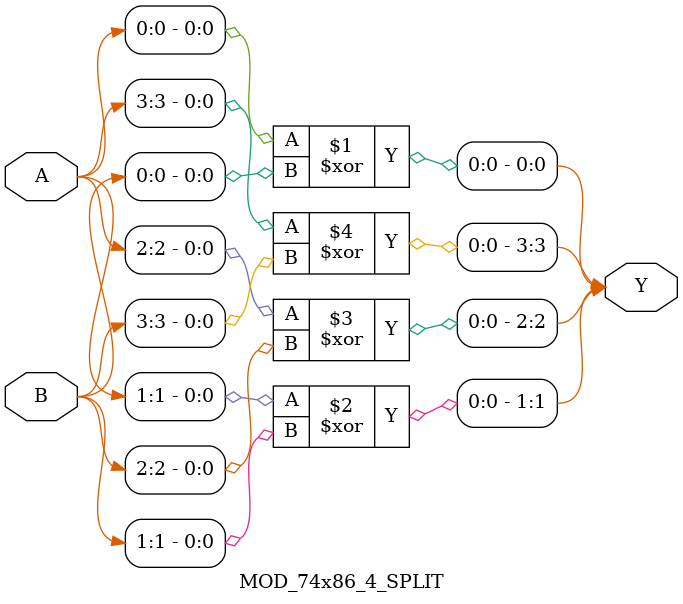
<source format=v>
module MOD_74x86_4 (
    input [0:3] A,
    input [0:3] B,
    output [0:3] Y);

assign Y = A ^ B;

endmodule

module MOD_74x86_4_SPLIT (
    input [0:3] A,
    input [0:3] B,
    output [0:3] Y);

assign Y[0] = A[0] ^ B[0];
assign Y[1] = A[1] ^ B[1];
assign Y[2] = A[2] ^ B[2];
assign Y[3] = A[3] ^ B[3];

endmodule

</source>
